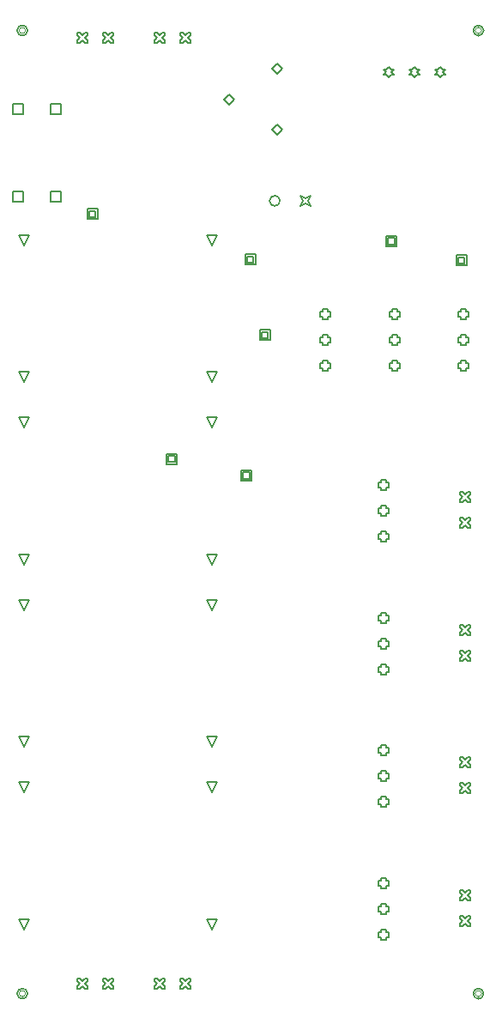
<source format=gbr>
G04*
G04 #@! TF.GenerationSoftware,Altium Limited,Altium Designer,24.2.2 (26)*
G04*
G04 Layer_Color=2752767*
%FSLAX44Y44*%
%MOMM*%
G71*
G04*
G04 #@! TF.SameCoordinates,BA5435D1-E33E-4BF3-B594-492C3B3FECF4*
G04*
G04*
G04 #@! TF.FilePolarity,Positive*
G04*
G01*
G75*
%ADD13C,0.1270*%
%ADD52C,0.1016*%
%ADD55C,0.1693*%
D13*
X386200Y928920D02*
X388740Y931460D01*
X391280D01*
X388740Y934000D01*
X391280Y936540D01*
X388740D01*
X386200Y939080D01*
X383660Y936540D01*
X381120D01*
X383660Y934000D01*
X381120Y931460D01*
X383660D01*
X386200Y928920D01*
X411600D02*
X414140Y931460D01*
X416680D01*
X414140Y934000D01*
X416680Y936540D01*
X414140D01*
X411600Y939080D01*
X409060Y936540D01*
X406520D01*
X409060Y934000D01*
X406520Y931460D01*
X409060D01*
X411600Y928920D01*
X437000D02*
X439540Y931460D01*
X442080D01*
X439540Y934000D01*
X442080Y936540D01*
X439540D01*
X437000Y939080D01*
X434460Y936540D01*
X431920D01*
X434460Y934000D01*
X431920Y931460D01*
X434460D01*
X437000Y928920D01*
X15249Y805720D02*
Y815880D01*
X25409D01*
Y805720D01*
X15249D01*
Y892120D02*
Y902280D01*
X25409D01*
Y892120D01*
X15249D01*
X53249Y805720D02*
Y815880D01*
X63409D01*
Y805720D01*
X53249D01*
Y892120D02*
Y902280D01*
X63409D01*
Y892120D01*
X53249D01*
X389460Y692260D02*
Y689720D01*
X394540D01*
Y692260D01*
X397080D01*
Y697340D01*
X394540D01*
Y699880D01*
X389460D01*
Y697340D01*
X386920D01*
Y692260D01*
X389460D01*
Y666860D02*
Y664320D01*
X394540D01*
Y666860D01*
X397080D01*
Y671940D01*
X394540D01*
Y674480D01*
X389460D01*
Y671940D01*
X386920D01*
Y666860D01*
X389460D01*
Y641460D02*
Y638920D01*
X394540D01*
Y641460D01*
X397080D01*
Y646540D01*
X394540D01*
Y649080D01*
X389460D01*
Y646540D01*
X386920D01*
Y641460D01*
X389460D01*
X378460Y473392D02*
Y470852D01*
X383540D01*
Y473392D01*
X386080D01*
Y478472D01*
X383540D01*
Y481012D01*
X378460D01*
Y478472D01*
X375920D01*
Y473392D01*
X378460D01*
Y498792D02*
Y496252D01*
X383540D01*
Y498792D01*
X386080D01*
Y503872D01*
X383540D01*
Y506412D01*
X378460D01*
Y503872D01*
X375920D01*
Y498792D01*
X378460D01*
Y524192D02*
Y521652D01*
X383540D01*
Y524192D01*
X386080D01*
Y529272D01*
X383540D01*
Y531812D01*
X378460D01*
Y529272D01*
X375920D01*
Y524192D01*
X378460D01*
X270920Y877449D02*
X276000Y882530D01*
X281080Y877449D01*
X276000Y872370D01*
X270920Y877449D01*
Y937000D02*
X276000Y942079D01*
X281080Y937000D01*
X276000Y931919D01*
X270920Y937000D01*
X224020Y907039D02*
X229100Y912120D01*
X234180Y907039D01*
X229100Y901960D01*
X224020Y907039D01*
X155520Y962920D02*
X158060D01*
X160600Y965460D01*
X163140Y962920D01*
X165680D01*
Y965460D01*
X163140Y968000D01*
X165680Y970540D01*
Y973080D01*
X163140D01*
X160600Y970540D01*
X158060Y973080D01*
X155520D01*
Y970540D01*
X158060Y968000D01*
X155520Y965460D01*
Y962920D01*
X180920D02*
X183460D01*
X186000Y965460D01*
X188540Y962920D01*
X191080D01*
Y965460D01*
X188540Y968000D01*
X191080Y970540D01*
Y973080D01*
X188540D01*
X186000Y970540D01*
X183460Y973080D01*
X180920D01*
Y970540D01*
X183460Y968000D01*
X180920Y965460D01*
Y962920D01*
X104363Y29920D02*
X106903D01*
X109444Y32460D01*
X111983Y29920D01*
X114523D01*
Y32460D01*
X111983Y35000D01*
X114523Y37540D01*
Y40080D01*
X111983D01*
X109444Y37540D01*
X106903Y40080D01*
X104363D01*
Y37540D01*
X106903Y35000D01*
X104363Y32460D01*
Y29920D01*
X78963D02*
X81503D01*
X84044Y32460D01*
X86583Y29920D01*
X89123D01*
Y32460D01*
X86583Y35000D01*
X89123Y37540D01*
Y40080D01*
X86583D01*
X84044Y37540D01*
X81503Y40080D01*
X78963D01*
Y37540D01*
X81503Y35000D01*
X78963Y32460D01*
Y29920D01*
X180920D02*
X183460D01*
X186000Y32460D01*
X188540Y29920D01*
X191080D01*
Y32460D01*
X188540Y35000D01*
X191080Y37540D01*
Y40080D01*
X188540D01*
X186000Y37540D01*
X183460Y40080D01*
X180920D01*
Y37540D01*
X183460Y35000D01*
X180920Y32460D01*
Y29920D01*
X155520D02*
X158060D01*
X160600Y32460D01*
X163140Y29920D01*
X165680D01*
Y32460D01*
X163140Y35000D01*
X165680Y37540D01*
Y40080D01*
X163140D01*
X160600Y37540D01*
X158060Y40080D01*
X155520D01*
Y37540D01*
X158060Y35000D01*
X155520Y32460D01*
Y29920D01*
X78963Y962920D02*
X81503D01*
X84044Y965460D01*
X86583Y962920D01*
X89123D01*
Y965460D01*
X86583Y968000D01*
X89123Y970540D01*
Y973080D01*
X86583D01*
X84044Y970540D01*
X81503Y973080D01*
X78963D01*
Y970540D01*
X81503Y968000D01*
X78963Y965460D01*
Y962920D01*
X104363D02*
X106903D01*
X109444Y965460D01*
X111983Y962920D01*
X114523D01*
Y965460D01*
X111983Y968000D01*
X114523Y970540D01*
Y973080D01*
X111983D01*
X109444Y970540D01*
X106903Y973080D01*
X104363D01*
Y970540D01*
X106903Y968000D01*
X104363Y965460D01*
Y962920D01*
X27000Y88561D02*
X21920Y98722D01*
X32080D01*
X27000Y88561D01*
Y223561D02*
X21920Y233722D01*
X32080D01*
X27000Y223561D01*
X212000D02*
X206920Y233722D01*
X217080D01*
X212000Y223561D01*
Y88561D02*
X206920Y98722D01*
X217080D01*
X212000Y88561D01*
X457460Y692260D02*
Y689720D01*
X462540D01*
Y692260D01*
X465080D01*
Y697340D01*
X462540D01*
Y699880D01*
X457460D01*
Y697340D01*
X454920D01*
Y692260D01*
X457460D01*
Y666860D02*
Y664320D01*
X462540D01*
Y666860D01*
X465080D01*
Y671940D01*
X462540D01*
Y674480D01*
X457460D01*
Y671940D01*
X454920D01*
Y666860D01*
X457460D01*
Y641460D02*
Y638920D01*
X462540D01*
Y641460D01*
X465080D01*
Y646540D01*
X462540D01*
Y649080D01*
X457460D01*
Y646540D01*
X454920D01*
Y641460D01*
X457460D01*
X321460Y692260D02*
Y689720D01*
X326540D01*
Y692260D01*
X329080D01*
Y697340D01*
X326540D01*
Y699880D01*
X321460D01*
Y697340D01*
X318920D01*
Y692260D01*
X321460D01*
Y666860D02*
Y664320D01*
X326540D01*
Y666860D01*
X329080D01*
Y671940D01*
X326540D01*
Y674480D01*
X321460D01*
Y671940D01*
X318920D01*
Y666860D01*
X321460D01*
Y641460D02*
Y638920D01*
X326540D01*
Y641460D01*
X329080D01*
Y646540D01*
X326540D01*
Y649080D01*
X321460D01*
Y646540D01*
X318920D01*
Y641460D01*
X321460D01*
X378460Y80872D02*
Y78332D01*
X383540D01*
Y80872D01*
X386080D01*
Y85952D01*
X383540D01*
Y88492D01*
X378460D01*
Y85952D01*
X375920D01*
Y80872D01*
X378460D01*
Y106272D02*
Y103732D01*
X383540D01*
Y106272D01*
X386080D01*
Y111352D01*
X383540D01*
Y113892D01*
X378460D01*
Y111352D01*
X375920D01*
Y106272D01*
X378460D01*
Y131672D02*
Y129132D01*
X383540D01*
Y131672D01*
X386080D01*
Y136752D01*
X383540D01*
Y139292D01*
X378460D01*
Y136752D01*
X375920D01*
Y131672D01*
X378460D01*
Y211712D02*
Y209172D01*
X383540D01*
Y211712D01*
X386080D01*
Y216792D01*
X383540D01*
Y219332D01*
X378460D01*
Y216792D01*
X375920D01*
Y211712D01*
X378460D01*
Y237112D02*
Y234572D01*
X383540D01*
Y237112D01*
X386080D01*
Y242192D01*
X383540D01*
Y244732D01*
X378460D01*
Y242192D01*
X375920D01*
Y237112D01*
X378460D01*
Y262512D02*
Y259972D01*
X383540D01*
Y262512D01*
X386080D01*
Y267592D01*
X383540D01*
Y270132D01*
X378460D01*
Y267592D01*
X375920D01*
Y262512D01*
X378460D01*
Y342552D02*
Y340012D01*
X383540D01*
Y342552D01*
X386080D01*
Y347632D01*
X383540D01*
Y350172D01*
X378460D01*
Y347632D01*
X375920D01*
Y342552D01*
X378460D01*
Y367952D02*
Y365412D01*
X383540D01*
Y367952D01*
X386080D01*
Y373032D01*
X383540D01*
Y375572D01*
X378460D01*
Y373032D01*
X375920D01*
Y367952D01*
X378460D01*
Y393352D02*
Y390812D01*
X383540D01*
Y393352D01*
X386080D01*
Y398432D01*
X383540D01*
Y400972D01*
X378460D01*
Y398432D01*
X375920D01*
Y393352D01*
X378460D01*
X212000Y268348D02*
X206920Y278508D01*
X217080D01*
X212000Y268348D01*
Y403348D02*
X206920Y413508D01*
X217080D01*
X212000Y403348D01*
X27000D02*
X21920Y413508D01*
X32080D01*
X27000Y403348D01*
Y268348D02*
X21920Y278508D01*
X32080D01*
X27000Y268348D01*
X212000Y448134D02*
X206920Y458294D01*
X217080D01*
X212000Y448134D01*
Y583134D02*
X206920Y593294D01*
X217080D01*
X212000Y583134D01*
X27000D02*
X21920Y593294D01*
X32080D01*
X27000Y583134D01*
Y448134D02*
X21920Y458294D01*
X32080D01*
X27000Y448134D01*
X298920Y801920D02*
X301460Y807000D01*
X298920Y812080D01*
X304000Y809540D01*
X309080Y812080D01*
X306540Y807000D01*
X309080Y801920D01*
X304000Y804460D01*
X298920Y801920D01*
X456420Y247840D02*
X458960D01*
X461500Y250380D01*
X464040Y247840D01*
X466580D01*
Y250380D01*
X464040Y252920D01*
X466580Y255460D01*
Y258000D01*
X464040D01*
X461500Y255460D01*
X458960Y258000D01*
X456420D01*
Y255460D01*
X458960Y252920D01*
X456420Y250380D01*
Y247840D01*
Y222440D02*
X458960D01*
X461500Y224980D01*
X464040Y222440D01*
X466580D01*
Y224980D01*
X464040Y227520D01*
X466580Y230060D01*
Y232600D01*
X464040D01*
X461500Y230060D01*
X458960Y232600D01*
X456420D01*
Y230060D01*
X458960Y227520D01*
X456420Y224980D01*
Y222440D01*
Y378680D02*
X458960D01*
X461500Y381220D01*
X464040Y378680D01*
X466580D01*
Y381220D01*
X464040Y383760D01*
X466580Y386300D01*
Y388840D01*
X464040D01*
X461500Y386300D01*
X458960Y388840D01*
X456420D01*
Y386300D01*
X458960Y383760D01*
X456420Y381220D01*
Y378680D01*
Y353280D02*
X458960D01*
X461500Y355820D01*
X464040Y353280D01*
X466580D01*
Y355820D01*
X464040Y358360D01*
X466580Y360900D01*
Y363440D01*
X464040D01*
X461500Y360900D01*
X458960Y363440D01*
X456420D01*
Y360900D01*
X458960Y358360D01*
X456420Y355820D01*
Y353280D01*
Y484120D02*
X458960D01*
X461500Y486660D01*
X464040Y484120D01*
X466580D01*
Y486660D01*
X464040Y489200D01*
X466580Y491740D01*
Y494280D01*
X464040D01*
X461500Y491740D01*
X458960Y494280D01*
X456420D01*
Y491740D01*
X458960Y489200D01*
X456420Y486660D01*
Y484120D01*
Y509520D02*
X458960D01*
X461500Y512060D01*
X464040Y509520D01*
X466580D01*
Y512060D01*
X464040Y514600D01*
X466580Y517140D01*
Y519680D01*
X464040D01*
X461500Y517140D01*
X458960Y519680D01*
X456420D01*
Y517140D01*
X458960Y514600D01*
X456420Y512060D01*
Y509520D01*
X212000Y627919D02*
X206920Y638079D01*
X217080D01*
X212000Y627919D01*
Y762920D02*
X206920Y773080D01*
X217080D01*
X212000Y762920D01*
X27000D02*
X21920Y773080D01*
X32080D01*
X27000Y762920D01*
Y627919D02*
X21920Y638079D01*
X32080D01*
X27000Y627919D01*
X456420Y91600D02*
X458960D01*
X461500Y94140D01*
X464040Y91600D01*
X466580D01*
Y94140D01*
X464040Y96680D01*
X466580Y99220D01*
Y101760D01*
X464040D01*
X461500Y99220D01*
X458960Y101760D01*
X456420D01*
Y99220D01*
X458960Y96680D01*
X456420Y94140D01*
Y91600D01*
Y117000D02*
X458960D01*
X461500Y119540D01*
X464040Y117000D01*
X466580D01*
Y119540D01*
X464040Y122080D01*
X466580Y124620D01*
Y127160D01*
X464040D01*
X461500Y124620D01*
X458960Y127160D01*
X456420D01*
Y124620D01*
X458960Y122080D01*
X456420Y119540D01*
Y117000D01*
X167234Y547234D02*
Y557394D01*
X177394D01*
Y547234D01*
X167234D01*
X169266Y549266D02*
Y555362D01*
X175362D01*
Y549266D01*
X169266D01*
X240920Y530920D02*
Y541080D01*
X251080D01*
Y530920D01*
X240920D01*
X242952Y532952D02*
Y539048D01*
X249048D01*
Y532952D01*
X242952D01*
X259403Y669598D02*
Y679758D01*
X269563D01*
Y669598D01*
X259403D01*
X261435Y671630D02*
Y677726D01*
X267531D01*
Y671630D01*
X261435D01*
X244920Y743920D02*
Y754080D01*
X255080D01*
Y743920D01*
X244920D01*
X246952Y745952D02*
Y752048D01*
X253048D01*
Y745952D01*
X246952D01*
X453192Y743270D02*
Y753430D01*
X463352D01*
Y743270D01*
X453192D01*
X455224Y745302D02*
Y751398D01*
X461320D01*
Y745302D01*
X455224D01*
X383920Y762072D02*
Y772232D01*
X394080D01*
Y762072D01*
X383920D01*
X385952Y764104D02*
Y770200D01*
X392048D01*
Y764104D01*
X385952D01*
X88920Y788920D02*
Y799080D01*
X99080D01*
Y788920D01*
X88920D01*
X90952Y790952D02*
Y797048D01*
X97048D01*
Y790952D01*
X90952D01*
D52*
X28048Y25000D02*
G03*
X28048Y25000I-3048J0D01*
G01*
X478048Y975000D02*
G03*
X478048Y975000I-3048J0D01*
G01*
X28048D02*
G03*
X28048Y975000I-3048J0D01*
G01*
X478048Y25000D02*
G03*
X478048Y25000I-3048J0D01*
G01*
D55*
X279080Y807000D02*
G03*
X279080Y807000I-5080J0D01*
G01*
X30080Y25000D02*
G03*
X30080Y25000I-5080J0D01*
G01*
X480080Y975000D02*
G03*
X480080Y975000I-5080J0D01*
G01*
X30080D02*
G03*
X30080Y975000I-5080J0D01*
G01*
X480080Y25000D02*
G03*
X480080Y25000I-5080J0D01*
G01*
M02*

</source>
